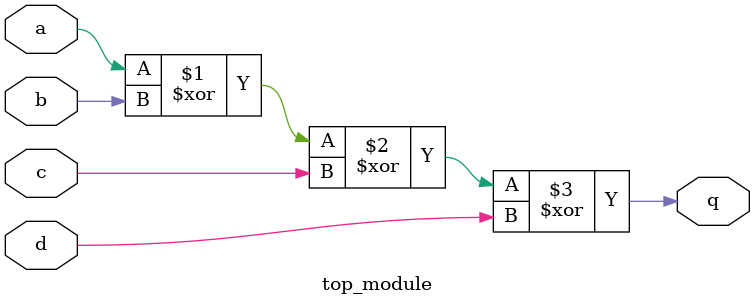
<source format=v>

module top_module (
    input a, 
    input b, 
    input c, 
    input d,
    output q
);

assign q = a ^ b ^ c ^ d;

endmodule

</source>
